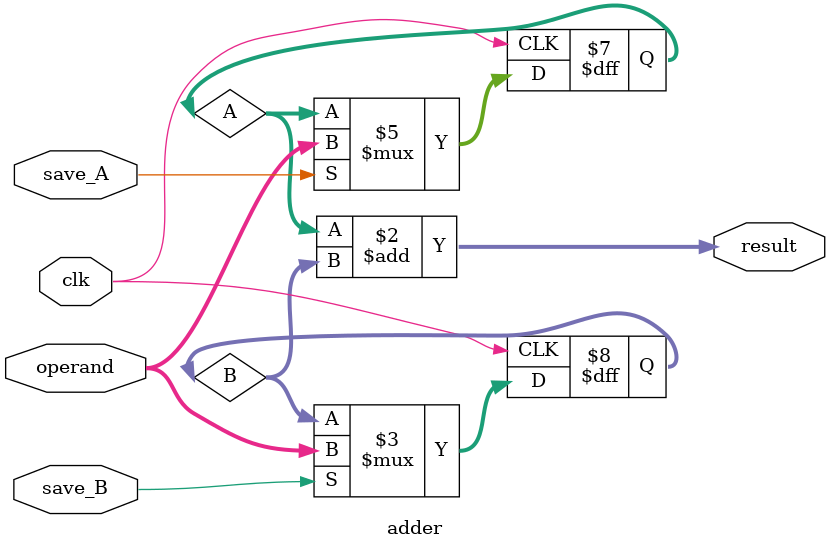
<source format=sv>
module adder(
    input clk,
    input [3:0] operand,
    input save_A,
    input save_B,
    output [4:0] result
);

    logic [3:0] A;
    logic [3:0] B;

    always_ff @(posedge clk) begin
        if (save_A) A <= operand;
        if (save_B) B <= operand;
    end
    
    assign result = A + B;
endmodule

</source>
